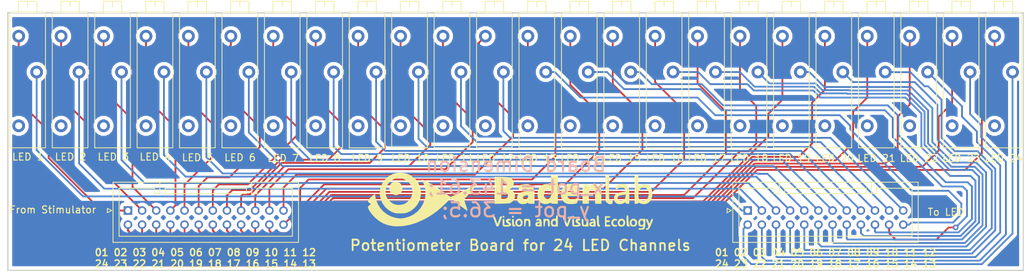
<source format=kicad_pcb>
(kicad_pcb (version 20171130) (host pcbnew "(5.0.0)")
  (layers (0 F.Cu signal) (31 B.Cu signal hide) (34 B.Paste user) (35 F.Paste user) (36 B.SilkS user hide) (37 F.SilkS user) (38 B.Mask user) (39 F.Mask user) (44 Edge.Cuts user))
  (net 0 "")
  (net 1 "Net-(J1-Pad1)")
  (net 2 "Net-(J1-Pad2)")
  (net 3 "Net-(J1-Pad3)")
  (net 4 "Net-(J1-Pad4)")
  (net 5 "Net-(J2-Pad4)")
  (net 6 "Net-(J2-Pad3)")
  (net 7 "Net-(J2-Pad2)")
  (net 8 "Net-(J2-Pad1)")
  (net 9 "Net-(RV1-Pad1)")
  (net 10 "Net-(RV2-Pad1)")
  (net 11 "Net-(RV3-Pad1)")
  (net 12 "Net-(RV4-Pad1)")
  (net 13 "Net-(J1-Pad24)")
  (net 14 "Net-(J1-Pad22)")
  (net 15 "Net-(J1-Pad20)")
  (net 16 "Net-(J1-Pad18)")
  (net 17 "Net-(J1-Pad16)")
  (net 18 "Net-(J1-Pad14)")
  (net 19 "Net-(J1-Pad12)")
  (net 20 "Net-(J1-Pad10)")
  (net 21 "Net-(J1-Pad8)")
  (net 22 "Net-(J1-Pad6)")
  (net 23 "Net-(J1-Pad23)")
  (net 24 "Net-(J1-Pad21)")
  (net 25 "Net-(J1-Pad19)")
  (net 26 "Net-(J1-Pad17)")
  (net 27 "Net-(J1-Pad15)")
  (net 28 "Net-(J1-Pad13)")
  (net 29 "Net-(J1-Pad11)")
  (net 30 "Net-(J1-Pad9)")
  (net 31 "Net-(J1-Pad7)")
  (net 32 "Net-(J1-Pad5)")
  (net 33 "Net-(J2-Pad5)")
  (net 34 "Net-(J2-Pad7)")
  (net 35 "Net-(J2-Pad9)")
  (net 36 "Net-(J2-Pad11)")
  (net 37 "Net-(J2-Pad13)")
  (net 38 "Net-(J2-Pad15)")
  (net 39 "Net-(J2-Pad17)")
  (net 40 "Net-(J2-Pad19)")
  (net 41 "Net-(J2-Pad21)")
  (net 42 "Net-(J2-Pad23)")
  (net 43 "Net-(J2-Pad6)")
  (net 44 "Net-(J2-Pad8)")
  (net 45 "Net-(J2-Pad10)")
  (net 46 "Net-(J2-Pad12)")
  (net 47 "Net-(J2-Pad14)")
  (net 48 "Net-(J2-Pad16)")
  (net 49 "Net-(J2-Pad18)")
  (net 50 "Net-(J2-Pad20)")
  (net 51 "Net-(J2-Pad22)")
  (net 52 "Net-(J2-Pad24)")
  (net 53 "Net-(RV5-Pad1)")
  (net 54 "Net-(RV6-Pad1)")
  (net 55 "Net-(RV7-Pad1)")
  (net 56 "Net-(RV8-Pad1)")
  (net 57 "Net-(RV9-Pad1)")
  (net 58 "Net-(RV10-Pad1)")
  (net 59 "Net-(RV11-Pad1)")
  (net 60 "Net-(RV12-Pad1)")
  (net 61 "Net-(RV13-Pad1)")
  (net 62 "Net-(RV14-Pad1)")
  (net 63 "Net-(RV15-Pad1)")
  (net 64 "Net-(RV16-Pad1)")
  (net 65 "Net-(RV17-Pad1)")
  (net 66 "Net-(RV18-Pad1)")
  (net 67 "Net-(RV19-Pad1)")
  (net 68 "Net-(RV20-Pad1)")
  (net 69 "Net-(RV21-Pad1)")
  (net 70 "Net-(RV22-Pad1)")
  (net 71 "Net-(RV23-Pad1)")
  (net 72 "Net-(RV24-Pad1)")
  (module Potentiometer_THT:Potentiometer_Vishay_43_Horizontal (layer F.Cu) (at 20 60 270)
    (fp_text reference "LED 1" (at 4.4 -1.3) (layer F.SilkS))
    (fp_text value "")
    (pad 3 thru_hole circle (at -12.7 0 270) (size 1.8 1.8) (drill 1) (layers *.Cu *.Mask) (net 1 "Net-(J1-Pad1)"))
    (pad 2 thru_hole circle (at -7.62 -2.54 270) (size 1.8 1.8) (drill 1) (layers *.Cu *.Mask) (net 8 "Net-(J2-Pad1)"))
    (pad 1 thru_hole circle (at 0 0 270) (size 1.8 1.8) (drill 1) (layers *.Cu *.Mask) (net 9 "Net-(RV1-Pad1)"))
  )
  (module Potentiometer_THT:Potentiometer_Vishay_43_Horizontal (layer F.Cu) (at 26 60 270)
    (fp_text reference "LED 2" (at 4.4 -1.34) (layer F.SilkS))
    (fp_text value "")
    (pad 1 thru_hole circle (at 0 0 270) (size 1.8 1.8) (drill 1) (layers *.Cu *.Mask) (net 10 "Net-(RV2-Pad1)"))
    (pad 2 thru_hole circle (at -7.62 -2.54 270) (size 1.8 1.8) (drill 1) (layers *.Cu *.Mask) (net 7 "Net-(J2-Pad2)"))
    (pad 3 thru_hole circle (at -12.7 0 270) (size 1.8 1.8) (drill 1) (layers *.Cu *.Mask) (net 2 "Net-(J1-Pad2)"))
  )
  (module Potentiometer_THT:Potentiometer_Vishay_43_Horizontal (layer F.Cu) (at 32 60 270)
    (fp_text reference "LED 3" (at 4.4 -1.38) (layer F.SilkS))
    (fp_text value "")
    (pad 3 thru_hole circle (at -12.7 0 270) (size 1.8 1.8) (drill 1) (layers *.Cu *.Mask) (net 3 "Net-(J1-Pad3)"))
    (pad 2 thru_hole circle (at -7.62 -2.54 270) (size 1.8 1.8) (drill 1) (layers *.Cu *.Mask) (net 6 "Net-(J2-Pad3)"))
    (pad 1 thru_hole circle (at 0 0 270) (size 1.8 1.8) (drill 1) (layers *.Cu *.Mask) (net 11 "Net-(RV3-Pad1)"))
  )
  (module Potentiometer_THT:Potentiometer_Vishay_43_Horizontal (layer F.Cu) (at 38 60 270)
    (fp_text reference "LED 4" (at 4.4 -1.32) (layer F.SilkS))
    (fp_text value "")
    (pad 1 thru_hole circle (at 0 0 270) (size 1.8 1.8) (drill 1) (layers *.Cu *.Mask) (net 12 "Net-(RV4-Pad1)"))
    (pad 2 thru_hole circle (at -7.62 -2.54 270) (size 1.8 1.8) (drill 1) (layers *.Cu *.Mask) (net 5 "Net-(J2-Pad4)"))
    (pad 3 thru_hole circle (at -12.7 0 270) (size 1.8 1.8) (drill 1) (layers *.Cu *.Mask) (net 4 "Net-(J1-Pad4)"))
  )
  (module Connector_JST:JST_PUD_B24B-PUDSS_2x12_P2.00mm_Vertical (layer F.Cu) (at 35.45 72)
    (fp_text reference "From Stimulator" (at -10.62 -0.11) (layer F.SilkS))
    (fp_text value "")
    (pad 13 thru_hole circle (at 22 2) (size 1.2 1.2) (drill 0.75) (layers *.Cu *.Mask) (net 28 "Net-(J1-Pad13)"))
    (pad 14 thru_hole circle (at 20 2) (size 1.2 1.2) (drill 0.75) (layers *.Cu *.Mask) (net 18 "Net-(J1-Pad14)"))
    (pad 15 thru_hole circle (at 18 2) (size 1.2 1.2) (drill 0.75) (layers *.Cu *.Mask) (net 27 "Net-(J1-Pad15)"))
    (pad 16 thru_hole circle (at 16 2) (size 1.2 1.2) (drill 0.75) (layers *.Cu *.Mask) (net 17 "Net-(J1-Pad16)"))
    (pad 17 thru_hole circle (at 14 2) (size 1.2 1.2) (drill 0.75) (layers *.Cu *.Mask) (net 26 "Net-(J1-Pad17)"))
    (pad 18 thru_hole circle (at 12 2) (size 1.2 1.2) (drill 0.75) (layers *.Cu *.Mask) (net 16 "Net-(J1-Pad18)"))
    (pad 19 thru_hole circle (at 10 2) (size 1.2 1.2) (drill 0.75) (layers *.Cu *.Mask) (net 25 "Net-(J1-Pad19)"))
    (pad 20 thru_hole circle (at 8 2) (size 1.2 1.2) (drill 0.75) (layers *.Cu *.Mask) (net 15 "Net-(J1-Pad20)"))
    (pad 21 thru_hole circle (at 6 2) (size 1.2 1.2) (drill 0.75) (layers *.Cu *.Mask) (net 24 "Net-(J1-Pad21)"))
    (pad 22 thru_hole circle (at 4 2) (size 1.2 1.2) (drill 0.75) (layers *.Cu *.Mask) (net 14 "Net-(J1-Pad22)"))
    (pad 23 thru_hole circle (at 2 2) (size 1.2 1.2) (drill 0.75) (layers *.Cu *.Mask) (net 23 "Net-(J1-Pad23)"))
    (pad 24 thru_hole circle (at 0 2) (size 1.2 1.2) (drill 0.75) (layers *.Cu *.Mask) (net 13 "Net-(J1-Pad24)"))
    (pad 12 thru_hole circle (at 22 0) (size 1.2 1.2) (drill 0.75) (layers *.Cu *.Mask) (net 19 "Net-(J1-Pad12)"))
    (pad 11 thru_hole circle (at 20 0) (size 1.2 1.2) (drill 0.75) (layers *.Cu *.Mask) (net 29 "Net-(J1-Pad11)"))
    (pad 10 thru_hole circle (at 18 0) (size 1.2 1.2) (drill 0.75) (layers *.Cu *.Mask) (net 20 "Net-(J1-Pad10)"))
    (pad 9 thru_hole circle (at 16 0) (size 1.2 1.2) (drill 0.75) (layers *.Cu *.Mask) (net 30 "Net-(J1-Pad9)"))
    (pad 8 thru_hole circle (at 14 0) (size 1.2 1.2) (drill 0.75) (layers *.Cu *.Mask) (net 21 "Net-(J1-Pad8)"))
    (pad 7 thru_hole circle (at 12 0) (size 1.2 1.2) (drill 0.75) (layers *.Cu *.Mask) (net 31 "Net-(J1-Pad7)"))
    (pad 6 thru_hole circle (at 10 0) (size 1.2 1.2) (drill 0.75) (layers *.Cu *.Mask) (net 22 "Net-(J1-Pad6)"))
    (pad 5 thru_hole circle (at 8 0) (size 1.2 1.2) (drill 0.75) (layers *.Cu *.Mask) (net 32 "Net-(J1-Pad5)"))
    (pad 4 thru_hole circle (at 6 0) (size 1.2 1.2) (drill 0.75) (layers *.Cu *.Mask) (net 4 "Net-(J1-Pad4)"))
    (pad 3 thru_hole circle (at 4 0) (size 1.2 1.2) (drill 0.75) (layers *.Cu *.Mask) (net 3 "Net-(J1-Pad3)"))
    (pad 2 thru_hole circle (at 2 0) (size 1.2 1.2) (drill 0.75) (layers *.Cu *.Mask) (net 2 "Net-(J1-Pad2)"))
    (pad 1 thru_hole rect (at 0 0) (size 1.2 1.2) (drill 0.75) (layers *.Cu *.Mask) (net 1 "Net-(J1-Pad1)"))
  )
  (module Connector_JST:JST_PUD_B24B-PUDSS_2x12_P2.00mm_Vertical (layer F.Cu) (at 123.09 72)
    (fp_text reference "To LED" (at 28.03 0.22) (layer F.SilkS))
    (fp_text value "")
    (pad 1 thru_hole rect (at 0 0) (size 1.2 1.2) (drill 0.75) (layers *.Cu *.Mask) (net 8 "Net-(J2-Pad1)"))
    (pad 2 thru_hole circle (at 2 0) (size 1.2 1.2) (drill 0.75) (layers *.Cu *.Mask) (net 7 "Net-(J2-Pad2)"))
    (pad 3 thru_hole circle (at 4 0) (size 1.2 1.2) (drill 0.75) (layers *.Cu *.Mask) (net 6 "Net-(J2-Pad3)"))
    (pad 4 thru_hole circle (at 6 0) (size 1.2 1.2) (drill 0.75) (layers *.Cu *.Mask) (net 5 "Net-(J2-Pad4)"))
    (pad 5 thru_hole circle (at 8 0) (size 1.2 1.2) (drill 0.75) (layers *.Cu *.Mask) (net 33 "Net-(J2-Pad5)"))
    (pad 6 thru_hole circle (at 10 0) (size 1.2 1.2) (drill 0.75) (layers *.Cu *.Mask) (net 43 "Net-(J2-Pad6)"))
    (pad 7 thru_hole circle (at 12 0) (size 1.2 1.2) (drill 0.75) (layers *.Cu *.Mask) (net 34 "Net-(J2-Pad7)"))
    (pad 8 thru_hole circle (at 14 0) (size 1.2 1.2) (drill 0.75) (layers *.Cu *.Mask) (net 44 "Net-(J2-Pad8)"))
    (pad 9 thru_hole circle (at 16 0) (size 1.2 1.2) (drill 0.75) (layers *.Cu *.Mask) (net 35 "Net-(J2-Pad9)"))
    (pad 10 thru_hole circle (at 18 0) (size 1.2 1.2) (drill 0.75) (layers *.Cu *.Mask) (net 45 "Net-(J2-Pad10)"))
    (pad 11 thru_hole circle (at 20 0) (size 1.2 1.2) (drill 0.75) (layers *.Cu *.Mask) (net 36 "Net-(J2-Pad11)"))
    (pad 12 thru_hole circle (at 22 0) (size 1.2 1.2) (drill 0.75) (layers *.Cu *.Mask) (net 46 "Net-(J2-Pad12)"))
    (pad 24 thru_hole circle (at 0 2) (size 1.2 1.2) (drill 0.75) (layers *.Cu *.Mask) (net 52 "Net-(J2-Pad24)"))
    (pad 23 thru_hole circle (at 2 2) (size 1.2 1.2) (drill 0.75) (layers *.Cu *.Mask) (net 42 "Net-(J2-Pad23)"))
    (pad 22 thru_hole circle (at 4 2) (size 1.2 1.2) (drill 0.75) (layers *.Cu *.Mask) (net 51 "Net-(J2-Pad22)"))
    (pad 21 thru_hole circle (at 6 2) (size 1.2 1.2) (drill 0.75) (layers *.Cu *.Mask) (net 41 "Net-(J2-Pad21)"))
    (pad 20 thru_hole circle (at 8 2) (size 1.2 1.2) (drill 0.75) (layers *.Cu *.Mask) (net 50 "Net-(J2-Pad20)"))
    (pad 19 thru_hole circle (at 10 2) (size 1.2 1.2) (drill 0.75) (layers *.Cu *.Mask) (net 40 "Net-(J2-Pad19)"))
    (pad 18 thru_hole circle (at 12 2) (size 1.2 1.2) (drill 0.75) (layers *.Cu *.Mask) (net 49 "Net-(J2-Pad18)"))
    (pad 17 thru_hole circle (at 14 2) (size 1.2 1.2) (drill 0.75) (layers *.Cu *.Mask) (net 39 "Net-(J2-Pad17)"))
    (pad 16 thru_hole circle (at 16 2) (size 1.2 1.2) (drill 0.75) (layers *.Cu *.Mask) (net 48 "Net-(J2-Pad16)"))
    (pad 15 thru_hole circle (at 18 2) (size 1.2 1.2) (drill 0.75) (layers *.Cu *.Mask) (net 38 "Net-(J2-Pad15)"))
    (pad 14 thru_hole circle (at 20 2) (size 1.2 1.2) (drill 0.75) (layers *.Cu *.Mask) (net 47 "Net-(J2-Pad14)"))
    (pad 13 thru_hole circle (at 22 2) (size 1.2 1.2) (drill 0.75) (layers *.Cu *.Mask) (net 37 "Net-(J2-Pad13)"))
  )
  (module Potentiometer_THT:Potentiometer_Vishay_43_Horizontal (layer F.Cu) (at 44 60 270)
    (fp_text reference "LED 5" (at 4.5 -1.3) (layer F.SilkS))
    (fp_text value R_POT_TRIM)
    (pad 1 thru_hole circle (at 0 0 270) (size 1.8 1.8) (drill 1) (layers *.Cu *.Mask) (net 53 "Net-(RV5-Pad1)"))
    (pad 2 thru_hole circle (at -7.62 -2.54 270) (size 1.8 1.8) (drill 1) (layers *.Cu *.Mask) (net 33 "Net-(J2-Pad5)"))
    (pad 3 thru_hole circle (at -12.7 0 270) (size 1.8 1.8) (drill 1) (layers *.Cu *.Mask) (net 32 "Net-(J1-Pad5)"))
  )
  (module Potentiometer_THT:Potentiometer_Vishay_43_Horizontal (layer F.Cu) (at 50 60 270)
    (fp_text reference "LED 6" (at 4.5 -1.3) (layer F.SilkS))
    (fp_text value R_POT_TRIM)
    (pad 3 thru_hole circle (at -12.7 0 270) (size 1.8 1.8) (drill 1) (layers *.Cu *.Mask) (net 22 "Net-(J1-Pad6)"))
    (pad 2 thru_hole circle (at -7.62 -2.54 270) (size 1.8 1.8) (drill 1) (layers *.Cu *.Mask) (net 43 "Net-(J2-Pad6)"))
    (pad 1 thru_hole circle (at 0 0 270) (size 1.8 1.8) (drill 1) (layers *.Cu *.Mask) (net 54 "Net-(RV6-Pad1)"))
  )
  (module Potentiometer_THT:Potentiometer_Vishay_43_Horizontal (layer F.Cu) (at 56 60 270)
    (fp_text reference "LED 7" (at 4.6 -1.4) (layer F.SilkS))
    (fp_text value R_POT_TRIM)
    (pad 1 thru_hole circle (at 0 0 270) (size 1.8 1.8) (drill 1) (layers *.Cu *.Mask) (net 55 "Net-(RV7-Pad1)"))
    (pad 2 thru_hole circle (at -7.62 -2.54 270) (size 1.8 1.8) (drill 1) (layers *.Cu *.Mask) (net 34 "Net-(J2-Pad7)"))
    (pad 3 thru_hole circle (at -12.7 0 270) (size 1.8 1.8) (drill 1) (layers *.Cu *.Mask) (net 31 "Net-(J1-Pad7)"))
  )
  (module Potentiometer_THT:Potentiometer_Vishay_43_Horizontal (layer F.Cu) (at 62 60 270)
    (fp_text reference "LED 8" (at 4.6 -1.3) (layer F.SilkS))
    (fp_text value R_POT_TRIM)
    (pad 3 thru_hole circle (at -12.7 0 270) (size 1.8 1.8) (drill 1) (layers *.Cu *.Mask) (net 21 "Net-(J1-Pad8)"))
    (pad 2 thru_hole circle (at -7.62 -2.54 270) (size 1.8 1.8) (drill 1) (layers *.Cu *.Mask) (net 44 "Net-(J2-Pad8)"))
    (pad 1 thru_hole circle (at 0 0 270) (size 1.8 1.8) (drill 1) (layers *.Cu *.Mask) (net 56 "Net-(RV8-Pad1)"))
  )
  (module Potentiometer_THT:Potentiometer_Vishay_43_Horizontal (layer F.Cu) (at 68 60 270)
    (fp_text reference "LED 9" (at 4.6 -1.3) (layer F.SilkS))
    (fp_text value R_POT_TRIM)
    (pad 1 thru_hole circle (at 0 0 270) (size 1.8 1.8) (drill 1) (layers *.Cu *.Mask) (net 57 "Net-(RV9-Pad1)"))
    (pad 2 thru_hole circle (at -7.62 -2.54 270) (size 1.8 1.8) (drill 1) (layers *.Cu *.Mask) (net 35 "Net-(J2-Pad9)"))
    (pad 3 thru_hole circle (at -12.7 0 270) (size 1.8 1.8) (drill 1) (layers *.Cu *.Mask) (net 30 "Net-(J1-Pad9)"))
  )
  (module Potentiometer_THT:Potentiometer_Vishay_43_Horizontal (layer F.Cu) (at 74 60 270)
    (fp_text reference "LED 10" (at 4.6 -1.4) (layer F.SilkS))
    (fp_text value R_POT_TRIM)
    (pad 3 thru_hole circle (at -12.7 0 270) (size 1.8 1.8) (drill 1) (layers *.Cu *.Mask) (net 20 "Net-(J1-Pad10)"))
    (pad 2 thru_hole circle (at -7.62 -2.54 270) (size 1.8 1.8) (drill 1) (layers *.Cu *.Mask) (net 45 "Net-(J2-Pad10)"))
    (pad 1 thru_hole circle (at 0 0 270) (size 1.8 1.8) (drill 1) (layers *.Cu *.Mask) (net 58 "Net-(RV10-Pad1)"))
  )
  (module Potentiometer_THT:Potentiometer_Vishay_43_Horizontal (layer F.Cu) (at 80 60 270)
    (fp_text reference " LED 11" (at 4.6 -1.3) (layer F.SilkS))
    (fp_text value R_POT_TRIM)
    (pad 1 thru_hole circle (at 0 0 270) (size 1.8 1.8) (drill 1) (layers *.Cu *.Mask) (net 59 "Net-(RV11-Pad1)"))
    (pad 2 thru_hole circle (at -7.62 -2.54 270) (size 1.8 1.8) (drill 1) (layers *.Cu *.Mask) (net 36 "Net-(J2-Pad11)"))
    (pad 3 thru_hole circle (at -12.7 0 270) (size 1.8 1.8) (drill 1) (layers *.Cu *.Mask) (net 29 "Net-(J1-Pad11)"))
  )
  (module Potentiometer_THT:Potentiometer_Vishay_43_Horizontal (layer F.Cu) (at 86 60 270)
    (fp_text reference "LED 12" (at 4.6 -1.4) (layer F.SilkS))
    (fp_text value R_POT_TRIM)
    (pad 1 thru_hole circle (at 0 0 270) (size 1.8 1.8) (drill 1) (layers *.Cu *.Mask) (net 60 "Net-(RV12-Pad1)"))
    (pad 2 thru_hole circle (at -7.62 -2.54 270) (size 1.8 1.8) (drill 1) (layers *.Cu *.Mask) (net 46 "Net-(J2-Pad12)"))
    (pad 3 thru_hole circle (at -12.7 0 270) (size 1.8 1.8) (drill 1) (layers *.Cu *.Mask) (net 19 "Net-(J1-Pad12)"))
  )
  (module Potentiometer_THT:Potentiometer_Vishay_43_Horizontal (layer F.Cu) (at 92 60 270)
    (fp_text reference "LED 13" (at 4.6 -1.4) (layer F.SilkS))
    (fp_text value R_POT_TRIM)
    (pad 1 thru_hole circle (at 0 0 270) (size 1.8 1.8) (drill 1) (layers *.Cu *.Mask) (net 61 "Net-(RV13-Pad1)"))
    (pad 2 thru_hole circle (at -7.62 -2.54 270) (size 1.8 1.8) (drill 1) (layers *.Cu *.Mask) (net 37 "Net-(J2-Pad13)"))
    (pad 3 thru_hole circle (at -12.7 0 270) (size 1.8 1.8) (drill 1) (layers *.Cu *.Mask) (net 28 "Net-(J1-Pad13)"))
  )
  (module Potentiometer_THT:Potentiometer_Vishay_43_Horizontal (layer F.Cu) (at 98 60 270)
    (fp_text reference "LED 14" (at 4.6 -1.3) (layer F.SilkS))
    (fp_text value R_POT_TRIM)
    (pad 3 thru_hole circle (at -12.7 0 270) (size 1.8 1.8) (drill 1) (layers *.Cu *.Mask) (net 18 "Net-(J1-Pad14)"))
    (pad 2 thru_hole circle (at -7.62 -2.54 270) (size 1.8 1.8) (drill 1) (layers *.Cu *.Mask) (net 47 "Net-(J2-Pad14)"))
    (pad 1 thru_hole circle (at 0 0 270) (size 1.8 1.8) (drill 1) (layers *.Cu *.Mask) (net 62 "Net-(RV14-Pad1)"))
  )
  (module Potentiometer_THT:Potentiometer_Vishay_43_Horizontal (layer F.Cu) (at 104 60 270)
    (fp_text reference "LED 15" (at 4.6 -1.3) (layer F.SilkS))
    (fp_text value R_POT_TRIM)
    (pad 1 thru_hole circle (at 0 0 270) (size 1.8 1.8) (drill 1) (layers *.Cu *.Mask) (net 63 "Net-(RV15-Pad1)"))
    (pad 2 thru_hole circle (at -7.62 -2.54 270) (size 1.8 1.8) (drill 1) (layers *.Cu *.Mask) (net 38 "Net-(J2-Pad15)"))
    (pad 3 thru_hole circle (at -12.7 0 270) (size 1.8 1.8) (drill 1) (layers *.Cu *.Mask) (net 27 "Net-(J1-Pad15)"))
  )
  (module Potentiometer_THT:Potentiometer_Vishay_43_Horizontal (layer F.Cu) (at 110 60 270)
    (fp_text reference "LED 16" (at 4.6 -1.4) (layer F.SilkS))
    (fp_text value R_POT_TRIM)
    (pad 3 thru_hole circle (at -12.7 0 270) (size 1.8 1.8) (drill 1) (layers *.Cu *.Mask) (net 17 "Net-(J1-Pad16)"))
    (pad 2 thru_hole circle (at -7.62 -2.54 270) (size 1.8 1.8) (drill 1) (layers *.Cu *.Mask) (net 48 "Net-(J2-Pad16)"))
    (pad 1 thru_hole circle (at 0 0 270) (size 1.8 1.8) (drill 1) (layers *.Cu *.Mask) (net 64 "Net-(RV16-Pad1)"))
  )
  (module Potentiometer_THT:Potentiometer_Vishay_43_Horizontal (layer F.Cu) (at 116 60 270)
    (fp_text reference "LED 17" (at 4.6 -1.3) (layer F.SilkS))
    (fp_text value R_POT_TRIM)
    (pad 1 thru_hole circle (at 0 0 270) (size 1.8 1.8) (drill 1) (layers *.Cu *.Mask) (net 65 "Net-(RV17-Pad1)"))
    (pad 2 thru_hole circle (at -7.62 -2.54 270) (size 1.8 1.8) (drill 1) (layers *.Cu *.Mask) (net 39 "Net-(J2-Pad17)"))
    (pad 3 thru_hole circle (at -12.7 0 270) (size 1.8 1.8) (drill 1) (layers *.Cu *.Mask) (net 26 "Net-(J1-Pad17)"))
  )
  (module Potentiometer_THT:Potentiometer_Vishay_43_Horizontal (layer F.Cu) (at 122 60 270)
    (fp_text reference "LED 18" (at 4.6 -1.3) (layer F.SilkS))
    (fp_text value R_POT_TRIM)
    (pad 3 thru_hole circle (at -12.7 0 270) (size 1.8 1.8) (drill 1) (layers *.Cu *.Mask) (net 16 "Net-(J1-Pad18)"))
    (pad 2 thru_hole circle (at -7.62 -2.54 270) (size 1.8 1.8) (drill 1) (layers *.Cu *.Mask) (net 49 "Net-(J2-Pad18)"))
    (pad 1 thru_hole circle (at 0 0 270) (size 1.8 1.8) (drill 1) (layers *.Cu *.Mask) (net 66 "Net-(RV18-Pad1)"))
  )
  (module Potentiometer_THT:Potentiometer_Vishay_43_Horizontal (layer F.Cu) (at 128 60 270)
    (fp_text reference "LED 19" (at 4.6 -1.3) (layer F.SilkS))
    (fp_text value R_POT_TRIM)
    (pad 1 thru_hole circle (at 0 0 270) (size 1.8 1.8) (drill 1) (layers *.Cu *.Mask) (net 67 "Net-(RV19-Pad1)"))
    (pad 2 thru_hole circle (at -7.62 -2.54 270) (size 1.8 1.8) (drill 1) (layers *.Cu *.Mask) (net 40 "Net-(J2-Pad19)"))
    (pad 3 thru_hole circle (at -12.7 0 270) (size 1.8 1.8) (drill 1) (layers *.Cu *.Mask) (net 25 "Net-(J1-Pad19)"))
  )
  (module Potentiometer_THT:Potentiometer_Vishay_43_Horizontal (layer F.Cu) (at 134 60 270)
    (fp_text reference "LED 20" (at 4.6 -1.4) (layer F.SilkS))
    (fp_text value R_POT_TRIM)
    (pad 3 thru_hole circle (at -12.7 0 270) (size 1.8 1.8) (drill 1) (layers *.Cu *.Mask) (net 15 "Net-(J1-Pad20)"))
    (pad 2 thru_hole circle (at -7.62 -2.54 270) (size 1.8 1.8) (drill 1) (layers *.Cu *.Mask) (net 50 "Net-(J2-Pad20)"))
    (pad 1 thru_hole circle (at 0 0 270) (size 1.8 1.8) (drill 1) (layers *.Cu *.Mask) (net 68 "Net-(RV20-Pad1)"))
  )
  (module Potentiometer_THT:Potentiometer_Vishay_43_Horizontal (layer F.Cu) (at 140 60 270)
    (fp_text reference "LED 21" (at 4.6 -1.3) (layer F.SilkS))
    (fp_text value R_POT_TRIM)
    (pad 1 thru_hole circle (at 0 0 270) (size 1.8 1.8) (drill 1) (layers *.Cu *.Mask) (net 69 "Net-(RV21-Pad1)"))
    (pad 2 thru_hole circle (at -7.62 -2.54 270) (size 1.8 1.8) (drill 1) (layers *.Cu *.Mask) (net 41 "Net-(J2-Pad21)"))
    (pad 3 thru_hole circle (at -12.7 0 270) (size 1.8 1.8) (drill 1) (layers *.Cu *.Mask) (net 24 "Net-(J1-Pad21)"))
  )
  (module Potentiometer_THT:Potentiometer_Vishay_43_Horizontal (layer F.Cu) (at 146 60 270)
    (fp_text reference "LED 22" (at 4.6 -1.3) (layer F.SilkS))
    (fp_text value R_POT_TRIM)
    (pad 3 thru_hole circle (at -12.7 0 270) (size 1.8 1.8) (drill 1) (layers *.Cu *.Mask) (net 14 "Net-(J1-Pad22)"))
    (pad 2 thru_hole circle (at -7.62 -2.54 270) (size 1.8 1.8) (drill 1) (layers *.Cu *.Mask) (net 51 "Net-(J2-Pad22)"))
    (pad 1 thru_hole circle (at 0 0 270) (size 1.8 1.8) (drill 1) (layers *.Cu *.Mask) (net 70 "Net-(RV22-Pad1)"))
  )
  (module Potentiometer_THT:Potentiometer_Vishay_43_Horizontal (layer F.Cu) (at 152 60 270)
    (fp_text reference "LED 23" (at 4.6 -1.3) (layer F.SilkS))
    (fp_text value R_POT_TRIM)
    (pad 1 thru_hole circle (at 0 0 270) (size 1.8 1.8) (drill 1) (layers *.Cu *.Mask) (net 71 "Net-(RV23-Pad1)"))
    (pad 2 thru_hole circle (at -7.62 -2.54 270) (size 1.8 1.8) (drill 1) (layers *.Cu *.Mask) (net 42 "Net-(J2-Pad23)"))
    (pad 3 thru_hole circle (at -12.7 0 270) (size 1.8 1.8) (drill 1) (layers *.Cu *.Mask) (net 23 "Net-(J1-Pad23)"))
  )
  (module Potentiometer_THT:Potentiometer_Vishay_43_Horizontal (layer F.Cu) (at 158 60 270)
    (fp_text reference "LED 24" (at 4.6 -1.3) (layer F.SilkS))
    (fp_text value R_POT_TRIM)
    (pad 3 thru_hole circle (at -12.7 0 270) (size 1.8 1.8) (drill 1) (layers *.Cu *.Mask) (net 13 "Net-(J1-Pad24)"))
    (pad 2 thru_hole circle (at -7.62 -2.54 270) (size 1.8 1.8) (drill 1) (layers *.Cu *.Mask) (net 52 "Net-(J2-Pad24)"))
    (pad 1 thru_hole circle (at 0 0 270) (size 1.8 1.8) (drill 1) (layers *.Cu *.Mask) (net 72 "Net-(RV24-Pad1)"))
  )
  (module "Maxime:logo 400" (layer F.Cu) (at 92.75 70.21)
    (fp_text reference G*** hide)
    (fp_text value LOGO hide)
  )
  (gr_text "Board Dimension\nx_pot = 143.61;\ny_pot = 36.5;" (at 90.3 68.7) (layer B.SilkS) (effects (font (size 2 2) (thickness 0.3)) (justify mirror)))
  (gr_text "01 02 03 04 05 06 07 08 09 10 11 12\n24 23 22 21 20 19 18 17 16 15 14 13" (at 46.4 78.75) (layer F.SilkS) (effects (font (size 1 1) (thickness 0.2))))
  (gr_text "01 02 03 04 05 06 07 08 09 10 11 12\n24 23 22 21 20 19 18 17 16 15 14 13" (at 134.1 78.75) (layer F.SilkS) (effects (font (size 1 1) (thickness 0.2))))
  (gr_text "Potentiometer Board for 24 LED Channels" (at 90.94 76.93) (layer F.SilkS) (effects (font (size 1.5 1.5) (thickness 0.25))))
  (gr_line (start 162.08 44) (end 162.08 80.5) (layer Edge.Cuts) (width 0.2))
  (gr_line (start 18.47 80.5) (end 162.08 80.5) (layer Edge.Cuts) (width 0.2))
  (gr_line (start 18.47 44) (end 18.47 80.5) (layer Edge.Cuts) (width 0.2))
  (gr_line (start 18.47 43.99) (end 162.08 44) (layer Edge.Cuts) (width 0.2))
  (segment (start 35.45 72) (end 34.58 72) (width 0.25) (layer F.Cu) (net 1))
  (segment (start 20 48.572792) (end 19.99 48.582792) (width 0.25) (layer F.Cu) (net 1))
  (segment (start 19.99 48.582792) (end 19.99 56.48) (width 0.25) (layer F.Cu) (net 1))
  (segment (start 19.99 56.48) (end 24.23 60.72) (width 0.25) (layer F.Cu) (net 1))
  (segment (start 24.23 60.72) (end 24.23 64.55) (width 0.25) (layer F.Cu) (net 1))
  (segment (start 31.68 72) (end 35.45 72) (width 0.25) (layer F.Cu) (net 1))
  (segment (start 20 47.3) (end 20 48.572792) (width 0.25) (layer F.Cu) (net 1))
  (segment (start 24.23 64.55) (end 31.68 72) (width 0.25) (layer F.Cu) (net 1))
  (segment (start 30.08 64.63) (end 37.45 72) (width 0.25) (layer F.Cu) (net 2))
  (segment (start 30.08 60.1) (end 30.08 64.63) (width 0.25) (layer F.Cu) (net 2))
  (segment (start 26 47.3) (end 26 56.02) (width 0.25) (layer F.Cu) (net 2))
  (segment (start 26 56.02) (end 30.08 60.1) (width 0.25) (layer F.Cu) (net 2))
  (segment (start 32 47.3) (end 32 55.03) (width 0.25) (layer F.Cu) (net 3))
  (segment (start 32 55.03) (end 36.09 59.12) (width 0.25) (layer F.Cu) (net 3))
  (segment (start 36.09 68.64) (end 39.45 72) (width 0.25) (layer F.Cu) (net 3))
  (segment (start 36.09 59.12) (end 36.09 68.64) (width 0.25) (layer F.Cu) (net 3))
  (segment (start 38 47.3) (end 38 56.07) (width 0.25) (layer F.Cu) (net 4))
  (segment (start 38 56.07) (end 42.17 60.24) (width 0.25) (layer F.Cu) (net 4))
  (segment (start 42.17 71.28) (end 41.45 72) (width 0.25) (layer F.Cu) (net 4))
  (segment (start 42.17 60.24) (end 42.17 71.28) (width 0.25) (layer F.Cu) (net 4))
  (segment (start 40.54 52.38) (end 40.54 64.14) (width 0.25) (layer B.Cu) (net 5))
  (segment (start 40.54 64.14) (end 43.6 67.2) (width 0.25) (layer B.Cu) (net 5))
  (segment (start 124.29 67.2) (end 129.09 72) (width 0.25) (layer B.Cu) (net 5))
  (segment (start 43.6 67.2) (end 124.29 67.2) (width 0.25) (layer B.Cu) (net 5))
  (segment (start 123.19 68.1) (end 127.09 72) (width 0.25) (layer B.Cu) (net 6))
  (segment (start 37.8 68.1) (end 123.19 68.1) (width 0.25) (layer B.Cu) (net 6))
  (segment (start 34.54 52.38) (end 34.54 64.84) (width 0.25) (layer B.Cu) (net 6))
  (segment (start 34.54 64.84) (end 37.8 68.1) (width 0.25) (layer B.Cu) (net 6))
  (segment (start 28.54 52.38) (end 28.54 65.34) (width 0.25) (layer B.Cu) (net 7))
  (segment (start 28.54 65.34) (end 32.1 68.9) (width 0.25) (layer B.Cu) (net 7))
  (segment (start 121.99 68.9) (end 125.09 72) (width 0.25) (layer B.Cu) (net 7))
  (segment (start 32.1 68.9) (end 121.99 68.9) (width 0.25) (layer B.Cu) (net 7))
  (segment (start 22.54 52.38) (end 22.54 63.44) (width 0.25) (layer B.Cu) (net 8))
  (segment (start 22.54 63.44) (end 29.1 70) (width 0.25) (layer B.Cu) (net 8))
  (segment (start 122.24 72) (end 123.09 72) (width 0.25) (layer B.Cu) (net 8))
  (segment (start 120.24 70) (end 122.24 72) (width 0.25) (layer B.Cu) (net 8))
  (segment (start 29.1 70) (end 120.24 70) (width 0.25) (layer B.Cu) (net 8))
  (segment (start 35.45 74) (end 35.45 74.85) (width 0.25) (layer F.Cu) (net 13))
  (segment (start 35.45 74.848528) (end 40.401472 79.8) (width 0.25) (layer F.Cu) (net 13))
  (segment (start 35.45 74) (end 35.45 74.848528) (width 0.25) (layer F.Cu) (net 13))
  (segment (start 60.264098 79.8) (end 65.400099 74.664001) (width 0.25) (layer F.Cu) (net 13))
  (segment (start 40.401472 79.8) (end 60.264098 79.8) (width 0.25) (layer F.Cu) (net 13))
  (segment (start 65.400099 73.199901) (end 65.64991 72.95009) (width 0.25) (layer F.Cu) (net 13))
  (segment (start 65.400099 74.664001) (end 65.400099 73.199901) (width 0.25) (layer F.Cu) (net 13))
  (segment (start 65.64991 72.95009) (end 67 72.95009) (width 0.25) (layer F.Cu) (net 13))
  (segment (start 67 72.95009) (end 94 72.95009) (width 0.25) (layer F.Cu) (net 13))
  (segment (start 94 72.95009) (end 117.731957 72.950089) (width 0.25) (layer F.Cu) (net 13))
  (segment (start 124.432016 66.25003) (end 120.482046 70.2) (width 0.25) (layer F.Cu) (net 13))
  (segment (start 153.84997 66.25003) (end 124.432016 66.25003) (width 0.25) (layer F.Cu) (net 13))
  (segment (start 117.731957 72.950089) (end 120.482046 70.2) (width 0.25) (layer F.Cu) (net 13))
  (segment (start 158 47.3) (end 158 56.9) (width 0.25) (layer F.Cu) (net 13))
  (segment (start 120.482046 70.2) (end 120.641023 70.041023) (width 0.25) (layer F.Cu) (net 13))
  (segment (start 158 56.9) (end 156.2 58.7) (width 0.25) (layer F.Cu) (net 13))
  (segment (start 156.2 58.7) (end 156.2 63.9) (width 0.25) (layer F.Cu) (net 13))
  (segment (start 156.2 63.9) (end 153.84997 66.25003) (width 0.25) (layer F.Cu) (net 13))
  (segment (start 146 48.572792) (end 146 47.3) (width 0.25) (layer F.Cu) (net 14))
  (segment (start 144.3 58.7) (end 146 57) (width 0.25) (layer F.Cu) (net 14))
  (segment (start 142.54999 65.35001) (end 144.3 63.6) (width 0.25) (layer F.Cu) (net 14))
  (segment (start 124.059218 65.35001) (end 142.54999 65.35001) (width 0.25) (layer F.Cu) (net 14))
  (segment (start 117.359159 72.050069) (end 124.059218 65.35001) (width 0.25) (layer F.Cu) (net 14))
  (segment (start 65.19557 72.05007) (end 117.359159 72.050069) (width 0.25) (layer F.Cu) (net 14))
  (segment (start 39.45 76.95) (end 41.35005 78.85005) (width 0.25) (layer F.Cu) (net 14))
  (segment (start 146 57) (end 146 48.572792) (width 0.25) (layer F.Cu) (net 14))
  (segment (start 39.45 74) (end 39.45 76.95) (width 0.25) (layer F.Cu) (net 14))
  (segment (start 41.35005 78.85005) (end 59.94123 78.85005) (width 0.25) (layer F.Cu) (net 14))
  (segment (start 59.94123 78.85005) (end 64.500079 74.291201) (width 0.25) (layer F.Cu) (net 14))
  (segment (start 64.500079 74.291201) (end 64.500079 72.745561) (width 0.25) (layer F.Cu) (net 14))
  (segment (start 144.3 63.6) (end 144.3 58.7) (width 0.25) (layer F.Cu) (net 14))
  (segment (start 64.500079 72.745561) (end 65.19557 72.05007) (width 0.25) (layer F.Cu) (net 14))
  (segment (start 43.45 74) (end 43.45 76.55) (width 0.25) (layer F.Cu) (net 15))
  (segment (start 51.54997 77.95003) (end 51.549972 77.950028) (width 0.25) (layer F.Cu) (net 15))
  (segment (start 43.45 76.55) (end 44.85003 77.95003) (width 0.25) (layer F.Cu) (net 15))
  (segment (start 44.85003 77.95003) (end 51.54997 77.95003) (width 0.25) (layer F.Cu) (net 15))
  (segment (start 51.549972 77.950028) (end 59.568433 77.950027) (width 0.25) (layer F.Cu) (net 15))
  (segment (start 59.568433 77.950027) (end 63.600059 73.918401) (width 0.25) (layer F.Cu) (net 15))
  (segment (start 63.600059 73.918401) (end 63.600059 72.372761) (width 0.25) (layer F.Cu) (net 15))
  (segment (start 63.600059 72.372761) (end 64.82277 71.15005) (width 0.25) (layer F.Cu) (net 15))
  (segment (start 64.82277 71.15005) (end 65.1 71.15005) (width 0.25) (layer F.Cu) (net 15))
  (segment (start 65.1 71.15005) (end 116.45005 71.15005) (width 0.25) (layer F.Cu) (net 15))
  (segment (start 116.45005 71.15005) (end 116.986361 71.150049) (width 0.25) (layer F.Cu) (net 15))
  (segment (start 134 47.3) (end 134 54.9) (width 0.25) (layer F.Cu) (net 15))
  (segment (start 134 54.9) (end 132.2 56.7) (width 0.25) (layer F.Cu) (net 15))
  (segment (start 132.2 56.7) (end 132.2 62.5) (width 0.25) (layer F.Cu) (net 15))
  (segment (start 132.2 62.5) (end 130.3 64.4) (width 0.25) (layer F.Cu) (net 15))
  (segment (start 123.73641 64.4) (end 121.03641 67.1) (width 0.25) (layer F.Cu) (net 15))
  (segment (start 130.3 64.4) (end 123.73641 64.4) (width 0.25) (layer F.Cu) (net 15))
  (segment (start 116.986361 71.150049) (end 121.03641 67.1) (width 0.25) (layer F.Cu) (net 15))
  (segment (start 121.03641 67.1) (end 121.168205 66.968205) (width 0.25) (layer F.Cu) (net 15))
  (segment (start 122 54.9) (end 122 47.3) (width 0.25) (layer F.Cu) (net 16))
  (segment (start 124.3 62.5) (end 124.3 57.2) (width 0.25) (layer F.Cu) (net 16))
  (segment (start 123.2 63.6) (end 124.3 62.5) (width 0.25) (layer F.Cu) (net 16))
  (segment (start 115.34997 70.25003) (end 122 63.6) (width 0.25) (layer F.Cu) (net 16))
  (segment (start 64.44997 70.25003) (end 115.34997 70.25003) (width 0.25) (layer F.Cu) (net 16))
  (segment (start 47.45 74.848528) (end 49.651482 77.05001) (width 0.25) (layer F.Cu) (net 16))
  (segment (start 47.45 74) (end 47.45 74.848528) (width 0.25) (layer F.Cu) (net 16))
  (segment (start 124.3 57.2) (end 122 54.9) (width 0.25) (layer F.Cu) (net 16))
  (segment (start 122 63.6) (end 123.2 63.6) (width 0.25) (layer F.Cu) (net 16))
  (segment (start 49.651482 77.05001) (end 59.195631 77.050009) (width 0.25) (layer F.Cu) (net 16))
  (segment (start 59.195631 77.050009) (end 62.700039 73.545601) (width 0.25) (layer F.Cu) (net 16))
  (segment (start 62.700039 73.545601) (end 62.700039 71.999961) (width 0.25) (layer F.Cu) (net 16))
  (segment (start 62.700039 71.999961) (end 64.44997 70.25003) (width 0.25) (layer F.Cu) (net 16))
  (segment (start 114.1 64.7) (end 114.1 57.9) (width 0.25) (layer F.Cu) (net 17))
  (segment (start 110 53.8) (end 110 47.3) (width 0.25) (layer F.Cu) (net 17))
  (segment (start 109.44999 69.35001) (end 114.1 64.7) (width 0.25) (layer F.Cu) (net 17))
  (segment (start 63.94999 69.35001) (end 109.44999 69.35001) (width 0.25) (layer F.Cu) (net 17))
  (segment (start 114.1 57.9) (end 110 53.8) (width 0.25) (layer F.Cu) (net 17))
  (segment (start 61.800019 71.499981) (end 63.94999 69.35001) (width 0.25) (layer F.Cu) (net 17))
  (segment (start 61.800019 73.172801) (end 61.800019 71.499981) (width 0.25) (layer F.Cu) (net 17))
  (segment (start 58.872802 76.100018) (end 61.800019 73.172801) (width 0.25) (layer F.Cu) (net 17))
  (segment (start 52.70149 76.100018) (end 58.872802 76.100018) (width 0.25) (layer F.Cu) (net 17))
  (segment (start 51.45 74.848528) (end 52.70149 76.100018) (width 0.25) (layer F.Cu) (net 17))
  (segment (start 51.45 74) (end 51.45 74.848528) (width 0.25) (layer F.Cu) (net 17))
  (segment (start 98 54.2) (end 98 47.3) (width 0.25) (layer F.Cu) (net 18))
  (segment (start 102.1 58.3) (end 98 54.2) (width 0.25) (layer F.Cu) (net 18))
  (segment (start 97.3 68.3) (end 102.1 63.5) (width 0.25) (layer F.Cu) (net 18))
  (segment (start 102.1 63.5) (end 102.1 58.3) (width 0.25) (layer F.Cu) (net 18))
  (segment (start 63.2 68.3) (end 97.3 68.3) (width 0.25) (layer F.Cu) (net 18))
  (segment (start 55.45 74.848528) (end 55.801472 75.2) (width 0.25) (layer F.Cu) (net 18))
  (segment (start 55.45 74) (end 55.45 74.848528) (width 0.25) (layer F.Cu) (net 18))
  (segment (start 55.801472 75.2) (end 58.5 75.2) (width 0.25) (layer F.Cu) (net 18))
  (segment (start 58.5 75.2) (end 60.8 72.9) (width 0.25) (layer F.Cu) (net 18))
  (segment (start 60.8 72.9) (end 60.8 70.7) (width 0.25) (layer F.Cu) (net 18))
  (segment (start 60.8 70.7) (end 63.2 68.3) (width 0.25) (layer F.Cu) (net 18))
  (segment (start 59.3 66.9) (end 57.45 68.75) (width 0.25) (layer F.Cu) (net 19))
  (segment (start 57.45 68.75) (end 57.45 72) (width 0.25) (layer F.Cu) (net 19))
  (segment (start 85.100001 48.199999) (end 85.100001 54.000001) (width 0.25) (layer F.Cu) (net 19))
  (segment (start 86 47.3) (end 85.100001 48.199999) (width 0.25) (layer F.Cu) (net 19))
  (segment (start 85.100001 54.000001) (end 89.9 58.8) (width 0.25) (layer F.Cu) (net 19))
  (segment (start 89.9 58.8) (end 89.9 61.5) (width 0.25) (layer F.Cu) (net 19))
  (segment (start 89.9 61.5) (end 84.5 66.9) (width 0.25) (layer F.Cu) (net 19))
  (segment (start 84.5 66.9) (end 59.3 66.9) (width 0.25) (layer F.Cu) (net 19))
  (segment (start 74 56.9) (end 74 47.3) (width 0.25) (layer F.Cu) (net 20))
  (segment (start 53.45 72) (end 53.45 69.85) (width 0.25) (layer F.Cu) (net 20))
  (segment (start 53.45 69.85) (end 57.599981 65.700019) (width 0.25) (layer F.Cu) (net 20))
  (segment (start 75.199981 65.700019) (end 78.2 62.7) (width 0.25) (layer F.Cu) (net 20))
  (segment (start 78.2 62.7) (end 78.2 61.1) (width 0.25) (layer F.Cu) (net 20))
  (segment (start 57.599981 65.700019) (end 75.199981 65.700019) (width 0.25) (layer F.Cu) (net 20))
  (segment (start 78.2 61.1) (end 74 56.9) (width 0.25) (layer F.Cu) (net 20))
  (segment (start 52.7 69.1) (end 50.2 69.1) (width 0.25) (layer F.Cu) (net 21))
  (segment (start 49.45 69.85) (end 49.45 72) (width 0.25) (layer F.Cu) (net 21))
  (segment (start 62 56) (end 66 60) (width 0.25) (layer F.Cu) (net 21))
  (segment (start 62 47.3) (end 62 56) (width 0.25) (layer F.Cu) (net 21))
  (segment (start 66 60) (end 66 62.6) (width 0.25) (layer F.Cu) (net 21))
  (segment (start 50.2 69.1) (end 49.45 69.85) (width 0.25) (layer F.Cu) (net 21))
  (segment (start 66 62.6) (end 63.8 64.8) (width 0.25) (layer F.Cu) (net 21))
  (segment (start 63.8 64.8) (end 57 64.8) (width 0.25) (layer F.Cu) (net 21))
  (segment (start 57 64.8) (end 52.7 69.1) (width 0.25) (layer F.Cu) (net 21))
  (segment (start 50 48.572792) (end 49.9 48.672792) (width 0.25) (layer F.Cu) (net 22))
  (segment (start 50 47.3) (end 50 48.572792) (width 0.25) (layer F.Cu) (net 22))
  (segment (start 49.9 48.672792) (end 49.9 56) (width 0.25) (layer F.Cu) (net 22))
  (segment (start 49.9 56) (end 54.1 60.2) (width 0.25) (layer F.Cu) (net 22))
  (segment (start 54.1 60.2) (end 54.1 63) (width 0.25) (layer F.Cu) (net 22))
  (segment (start 54.1 63) (end 49.8 67.3) (width 0.25) (layer F.Cu) (net 22))
  (segment (start 49.8 67.3) (end 46.7 67.3) (width 0.25) (layer F.Cu) (net 22))
  (segment (start 45.45 68.55) (end 45.45 72) (width 0.25) (layer F.Cu) (net 22))
  (segment (start 46.7 67.3) (end 45.45 68.55) (width 0.25) (layer F.Cu) (net 22))
  (segment (start 41.10006 79.30006) (end 41.16365 79.30006) (width 0.25) (layer F.Cu) (net 23))
  (segment (start 37.45 74) (end 37.45 75.65) (width 0.25) (layer F.Cu) (net 23))
  (segment (start 37.45 75.65) (end 41.10006 79.30006) (width 0.25) (layer F.Cu) (net 23))
  (segment (start 60.127631 79.300059) (end 60.677681 78.750009) (width 0.25) (layer F.Cu) (net 23))
  (segment (start 41.16365 79.30006) (end 60.127631 79.300059) (width 0.25) (layer F.Cu) (net 23))
  (segment (start 60.677681 78.750009) (end 64.950089 74.477601) (width 0.25) (layer F.Cu) (net 23))
  (segment (start 64.950089 72.949911) (end 65.39992 72.50008) (width 0.25) (layer F.Cu) (net 23))
  (segment (start 64.950089 74.477601) (end 64.950089 72.949911) (width 0.25) (layer F.Cu) (net 23))
  (segment (start 65.39992 72.50008) (end 67.1 72.50008) (width 0.25) (layer F.Cu) (net 23))
  (segment (start 67.1 72.50008) (end 94.3 72.50008) (width 0.25) (layer F.Cu) (net 23))
  (segment (start 94.3 72.50008) (end 117.545556 72.50008) (width 0.25) (layer F.Cu) (net 23))
  (segment (start 124.245616 65.80002) (end 120.545636 69.5) (width 0.25) (layer F.Cu) (net 23))
  (segment (start 147.79998 65.80002) (end 124.245616 65.80002) (width 0.25) (layer F.Cu) (net 23))
  (segment (start 120.545636 69.5) (end 120.645636 69.4) (width 0.25) (layer F.Cu) (net 23))
  (segment (start 117.545556 72.50008) (end 120.545636 69.5) (width 0.25) (layer F.Cu) (net 23))
  (segment (start 152 47.3) (end 152 56.8) (width 0.25) (layer F.Cu) (net 23))
  (segment (start 152 56.8) (end 150.1 58.7) (width 0.25) (layer F.Cu) (net 23))
  (segment (start 150.1 58.7) (end 150.1 63.5) (width 0.25) (layer F.Cu) (net 23))
  (segment (start 150.1 63.5) (end 147.79998 65.80002) (width 0.25) (layer F.Cu) (net 23))
  (segment (start 41.45 75.18641) (end 44.66363 78.40004) (width 0.25) (layer F.Cu) (net 24))
  (segment (start 41.45 74) (end 41.45 75.18641) (width 0.25) (layer F.Cu) (net 24))
  (segment (start 44.66363 78.40004) (end 59.49996 78.40004) (width 0.25) (layer F.Cu) (net 24))
  (segment (start 59.754834 78.400036) (end 64.050069 74.104801) (width 0.25) (layer F.Cu) (net 24))
  (segment (start 59.49996 78.40004) (end 59.499964 78.400036) (width 0.25) (layer F.Cu) (net 24))
  (segment (start 59.499964 78.400036) (end 59.754834 78.400036) (width 0.25) (layer F.Cu) (net 24))
  (segment (start 64.050069 74.104801) (end 64.050069 72.836391) (width 0.25) (layer F.Cu) (net 24))
  (segment (start 64.050069 72.836391) (end 64.050069 72.559161) (width 0.25) (layer F.Cu) (net 24))
  (segment (start 65.00917 71.60006) (end 67.19994 71.60006) (width 0.25) (layer F.Cu) (net 24))
  (segment (start 64.050069 72.559161) (end 65.00917 71.60006) (width 0.25) (layer F.Cu) (net 24))
  (segment (start 67.19994 71.60006) (end 95.8 71.60006) (width 0.25) (layer F.Cu) (net 24))
  (segment (start 95.8 71.60006) (end 117.172758 71.60006) (width 0.25) (layer F.Cu) (net 24))
  (segment (start 140 47.3) (end 140 56) (width 0.25) (layer F.Cu) (net 24))
  (segment (start 140 56) (end 138 58) (width 0.25) (layer F.Cu) (net 24))
  (segment (start 138 58) (end 138 62.4) (width 0.25) (layer F.Cu) (net 24))
  (segment (start 138 62.4) (end 135.5 64.9) (width 0.25) (layer F.Cu) (net 24))
  (segment (start 123.872818 64.9) (end 120.972818 67.8) (width 0.25) (layer F.Cu) (net 24))
  (segment (start 135.5 64.9) (end 123.872818 64.9) (width 0.25) (layer F.Cu) (net 24))
  (segment (start 117.172758 71.60006) (end 120.972818 67.8) (width 0.25) (layer F.Cu) (net 24))
  (segment (start 120.972818 67.8) (end 121.072818 67.7) (width 0.25) (layer F.Cu) (net 24))
  (segment (start 45.45 74.848528) (end 45.45 74) (width 0.25) (layer F.Cu) (net 25))
  (segment (start 51.299982 77.500018) (end 51.29998 77.50002) (width 0.25) (layer F.Cu) (net 25))
  (segment (start 59.382032 77.500018) (end 51.299982 77.500018) (width 0.25) (layer F.Cu) (net 25))
  (segment (start 63.150049 72.186361) (end 63.150049 73.732001) (width 0.25) (layer F.Cu) (net 25))
  (segment (start 128 56.3) (end 126 58.3) (width 0.25) (layer F.Cu) (net 25))
  (segment (start 128 47.3) (end 128 56.3) (width 0.25) (layer F.Cu) (net 25))
  (segment (start 126 58.3) (end 126 61.5) (width 0.25) (layer F.Cu) (net 25))
  (segment (start 48.101492 77.50002) (end 45.45 74.848528) (width 0.25) (layer F.Cu) (net 25))
  (segment (start 126 61.5) (end 116.79996 70.70004) (width 0.25) (layer F.Cu) (net 25))
  (segment (start 51.29998 77.50002) (end 48.101492 77.50002) (width 0.25) (layer F.Cu) (net 25))
  (segment (start 116.79996 70.70004) (end 64.63637 70.70004) (width 0.25) (layer F.Cu) (net 25))
  (segment (start 63.150049 73.732001) (end 59.382032 77.500018) (width 0.25) (layer F.Cu) (net 25))
  (segment (start 64.63637 70.70004) (end 63.150049 72.186361) (width 0.25) (layer F.Cu) (net 25))
  (segment (start 116 47.3) (end 116 54) (width 0.25) (layer F.Cu) (net 26))
  (segment (start 116 54) (end 120 58) (width 0.25) (layer F.Cu) (net 26))
  (segment (start 120 58) (end 120 63.9) (width 0.25) (layer F.Cu) (net 26))
  (segment (start 120 63.9) (end 114.09998 69.80002) (width 0.25) (layer F.Cu) (net 26))
  (segment (start 114.09998 69.80002) (end 64.2 69.80002) (width 0.25) (layer F.Cu) (net 26))
  (segment (start 49.45 74.848528) (end 49.45 74) (width 0.25) (layer F.Cu) (net 26))
  (segment (start 51.201472 76.6) (end 49.45 74.848528) (width 0.25) (layer F.Cu) (net 26))
  (segment (start 59.00923 76.6) (end 51.201472 76.6) (width 0.25) (layer F.Cu) (net 26))
  (segment (start 62.250029 73.359201) (end 59.00923 76.6) (width 0.25) (layer F.Cu) (net 26))
  (segment (start 62.250029 71.749991) (end 62.250029 73.359201) (width 0.25) (layer F.Cu) (net 26))
  (segment (start 64.2 69.80002) (end 62.250029 71.749991) (width 0.25) (layer F.Cu) (net 26))
  (segment (start 104 47.3) (end 104 54.1) (width 0.25) (layer F.Cu) (net 27))
  (segment (start 104 54.1) (end 108.2 58.3) (width 0.25) (layer F.Cu) (net 27))
  (segment (start 108.2 58.3) (end 108.2 63.4) (width 0.25) (layer F.Cu) (net 27))
  (segment (start 108.2 63.4) (end 102.7 68.9) (width 0.25) (layer F.Cu) (net 27))
  (segment (start 102.7 68.9) (end 63.5 68.9) (width 0.25) (layer F.Cu) (net 27))
  (segment (start 63.5 68.9) (end 61.35001 71.04999) (width 0.25) (layer F.Cu) (net 27))
  (segment (start 53.45 74) (end 53.45 75.35) (width 0.25) (layer F.Cu) (net 27))
  (segment (start 53.750009 75.650009) (end 55.615072 75.65001) (width 0.25) (layer F.Cu) (net 27))
  (segment (start 53.45 75.35) (end 53.750009 75.650009) (width 0.25) (layer F.Cu) (net 27))
  (segment (start 61.35001 72.9864) (end 61.35001 71.04999) (width 0.25) (layer F.Cu) (net 27))
  (segment (start 58.686401 75.650009) (end 61.35001 72.9864) (width 0.25) (layer F.Cu) (net 27))
  (segment (start 55.615072 75.65001) (end 58.686401 75.650009) (width 0.25) (layer F.Cu) (net 27))
  (segment (start 59.8 68.8) (end 59.8 71.65) (width 0.25) (layer F.Cu) (net 28))
  (segment (start 92 54.5) (end 95.9 58.4) (width 0.25) (layer F.Cu) (net 28))
  (segment (start 92 47.3) (end 92 54.5) (width 0.25) (layer F.Cu) (net 28))
  (segment (start 95.9 58.4) (end 95.9 64.3) (width 0.25) (layer F.Cu) (net 28))
  (segment (start 59.8 71.65) (end 57.45 74) (width 0.25) (layer F.Cu) (net 28))
  (segment (start 95.9 64.3) (end 92.6 67.6) (width 0.25) (layer F.Cu) (net 28))
  (segment (start 92.6 67.6) (end 61 67.6) (width 0.25) (layer F.Cu) (net 28))
  (segment (start 61 67.6) (end 59.8 68.8) (width 0.25) (layer F.Cu) (net 28))
  (segment (start 55.45 68.85) (end 55.45 72) (width 0.25) (layer F.Cu) (net 29))
  (segment (start 80 54.9) (end 84.2 59.1) (width 0.25) (layer F.Cu) (net 29))
  (segment (start 80 47.3) (end 80 54.9) (width 0.25) (layer F.Cu) (net 29))
  (segment (start 84.2 59.1) (end 84.2 62.3) (width 0.25) (layer F.Cu) (net 29))
  (segment (start 84.2 62.3) (end 80.349971 66.150029) (width 0.25) (layer F.Cu) (net 29))
  (segment (start 80.349971 66.150029) (end 58.149971 66.150029) (width 0.25) (layer F.Cu) (net 29))
  (segment (start 58.149971 66.150029) (end 55.45 68.85) (width 0.25) (layer F.Cu) (net 29))
  (segment (start 51.45 69.95) (end 51.45 72) (width 0.25) (layer F.Cu) (net 30))
  (segment (start 51.7 69.7) (end 51.45 69.95) (width 0.25) (layer F.Cu) (net 30))
  (segment (start 52.73641 69.7) (end 51.7 69.7) (width 0.25) (layer F.Cu) (net 30))
  (segment (start 68 47.3) (end 68 56.8) (width 0.25) (layer F.Cu) (net 30))
  (segment (start 68 56.8) (end 71.8 60.6) (width 0.25) (layer F.Cu) (net 30))
  (segment (start 71.8 60.6) (end 71.8 63.1) (width 0.25) (layer F.Cu) (net 30))
  (segment (start 71.8 63.1) (end 69.649991 65.250009) (width 0.25) (layer F.Cu) (net 30))
  (segment (start 69.649991 65.250009) (end 57.186401 65.250009) (width 0.25) (layer F.Cu) (net 30))
  (segment (start 57.186401 65.250009) (end 52.73641 69.7) (width 0.25) (layer F.Cu) (net 30))
  (segment (start 47.45 69.15) (end 47.45 72) (width 0.25) (layer F.Cu) (net 31))
  (segment (start 56 56.8) (end 59.6 60.4) (width 0.25) (layer F.Cu) (net 31))
  (segment (start 56 47.3) (end 56 56.8) (width 0.25) (layer F.Cu) (net 31))
  (segment (start 59.6 60.4) (end 59.6 61.1) (width 0.25) (layer F.Cu) (net 31))
  (segment (start 59.6 61.1) (end 52.4 68.3) (width 0.25) (layer F.Cu) (net 31))
  (segment (start 52.4 68.3) (end 48.3 68.3) (width 0.25) (layer F.Cu) (net 31))
  (segment (start 48.3 68.3) (end 47.45 69.15) (width 0.25) (layer F.Cu) (net 31))
  (segment (start 44 47.3) (end 44 56.3) (width 0.25) (layer F.Cu) (net 32))
  (segment (start 44 56.3) (end 48.3 60.6) (width 0.25) (layer F.Cu) (net 32))
  (segment (start 48.3 60.6) (end 48.3 63.5) (width 0.25) (layer F.Cu) (net 32))
  (segment (start 43.45 68.35) (end 43.45 72) (width 0.25) (layer F.Cu) (net 32))
  (segment (start 48.3 63.5) (end 43.45 68.35) (width 0.25) (layer F.Cu) (net 32))
  (segment (start 46.54 52.38) (end 46.54 64.44) (width 0.25) (layer B.Cu) (net 33))
  (segment (start 48.84999 66.74999) (end 124.54999 66.74999) (width 0.25) (layer B.Cu) (net 33))
  (segment (start 46.54 64.44) (end 48.84999 66.74999) (width 0.25) (layer B.Cu) (net 33))
  (segment (start 130.490001 71.400001) (end 131.09 72) (width 0.25) (layer B.Cu) (net 33))
  (segment (start 125.89 66.8) (end 130.490001 71.400001) (width 0.25) (layer B.Cu) (net 33))
  (segment (start 124.6 66.8) (end 125.89 66.8) (width 0.25) (layer B.Cu) (net 33))
  (segment (start 124.54999 66.74999) (end 124.6 66.8) (width 0.25) (layer B.Cu) (net 33))
  (segment (start 58.54 52.38) (end 58.54 62.14) (width 0.25) (layer B.Cu) (net 34))
  (segment (start 58.54 62.14) (end 61.2 64.8) (width 0.25) (layer B.Cu) (net 34))
  (segment (start 127.89 64.8) (end 135.09 72) (width 0.25) (layer B.Cu) (net 34))
  (segment (start 61.2 64.8) (end 127.89 64.8) (width 0.25) (layer B.Cu) (net 34))
  (segment (start 70.54 62.24) (end 70.54 52.38) (width 0.25) (layer B.Cu) (net 35))
  (segment (start 71.84999 63.54999) (end 70.54 62.24) (width 0.25) (layer B.Cu) (net 35))
  (segment (start 139.09 72) (end 130.63999 63.54999) (width 0.25) (layer B.Cu) (net 35))
  (segment (start 130.63999 63.54999) (end 71.84999 63.54999) (width 0.25) (layer B.Cu) (net 35))
  (segment (start 133.39 62.3) (end 143.09 72) (width 0.25) (layer B.Cu) (net 36))
  (segment (start 84.8 62.3) (end 133.39 62.3) (width 0.25) (layer B.Cu) (net 36))
  (segment (start 82.54 52.38) (end 82.54 60.04) (width 0.25) (layer B.Cu) (net 36))
  (segment (start 82.54 60.04) (end 84.8 62.3) (width 0.25) (layer B.Cu) (net 36))
  (segment (start 145.938528 74) (end 146.238528 73.7) (width 0.25) (layer B.Cu) (net 37))
  (segment (start 145.09 74) (end 145.938528 74) (width 0.25) (layer B.Cu) (net 37))
  (segment (start 152.126998 73.7) (end 153.3 72.526998) (width 0.25) (layer B.Cu) (net 37))
  (segment (start 146.238528 73.7) (end 152.126998 73.7) (width 0.25) (layer B.Cu) (net 37))
  (segment (start 153.3 72.526998) (end 153.3 71) (width 0.25) (layer B.Cu) (net 37))
  (segment (start 95.812792 52.38) (end 99.432792 56) (width 0.25) (layer B.Cu) (net 37))
  (segment (start 94.54 52.38) (end 95.812792 52.38) (width 0.25) (layer B.Cu) (net 37))
  (segment (start 99.432792 56) (end 116 56) (width 0.25) (layer B.Cu) (net 37))
  (segment (start 116 56) (end 118.5 58.5) (width 0.25) (layer B.Cu) (net 37))
  (segment (start 118.5 58.5) (end 136.1 58.5) (width 0.25) (layer B.Cu) (net 37))
  (segment (start 136.1 58.5) (end 137.6 60) (width 0.25) (layer B.Cu) (net 37))
  (segment (start 137.6 60) (end 137.6 60.5) (width 0.25) (layer B.Cu) (net 37))
  (segment (start 137.6 60.5) (end 146.3 69.2) (width 0.25) (layer B.Cu) (net 37))
  (segment (start 151.5 69.2) (end 153.3 71) (width 0.25) (layer B.Cu) (net 37))
  (segment (start 146.3 69.2) (end 151.5 69.2) (width 0.25) (layer B.Cu) (net 37))
  (segment (start 141.09 74.99) (end 141.09 74) (width 0.25) (layer B.Cu) (net 38))
  (segment (start 141.2 75.1) (end 141.09 74.99) (width 0.25) (layer B.Cu) (net 38))
  (segment (start 152.9 75.1) (end 141.2 75.1) (width 0.25) (layer B.Cu) (net 38))
  (segment (start 154.8 73.2) (end 152.9 75.1) (width 0.25) (layer B.Cu) (net 38))
  (segment (start 154.8 68.6) (end 154.8 73.2) (width 0.25) (layer B.Cu) (net 38))
  (segment (start 154.2 68) (end 154.8 68.6) (width 0.25) (layer B.Cu) (net 38))
  (segment (start 151.1 68) (end 154.2 68) (width 0.25) (layer B.Cu) (net 38))
  (segment (start 107.812792 52.38) (end 109.532792 54.1) (width 0.25) (layer B.Cu) (net 38))
  (segment (start 144.4 61.3) (end 151.1 68) (width 0.25) (layer B.Cu) (net 38))
  (segment (start 106.54 52.38) (end 107.812792 52.38) (width 0.25) (layer B.Cu) (net 38))
  (segment (start 109.532792 54.1) (end 116.6 54.1) (width 0.25) (layer B.Cu) (net 38))
  (segment (start 116.6 54.1) (end 119.6 57.1) (width 0.25) (layer B.Cu) (net 38))
  (segment (start 119.6 57.1) (end 142.9 57.1) (width 0.25) (layer B.Cu) (net 38))
  (segment (start 144.4 58.6) (end 144.4 61.3) (width 0.25) (layer B.Cu) (net 38))
  (segment (start 142.9 57.1) (end 144.4 58.6) (width 0.25) (layer B.Cu) (net 38))
  (segment (start 137.1 74.858528) (end 137.09 74.848528) (width 0.25) (layer B.Cu) (net 39))
  (segment (start 137.10002 55.40002) (end 137.15001 55.45001) (width 0.25) (layer B.Cu) (net 39))
  (segment (start 133.40002 55.40002) (end 137.10002 55.40002) (width 0.25) (layer B.Cu) (net 39))
  (segment (start 132.45001 54.45001) (end 133.40002 55.40002) (width 0.25) (layer B.Cu) (net 39))
  (segment (start 124.05001 54.45001) (end 132.45001 54.45001) (width 0.25) (layer B.Cu) (net 39))
  (segment (start 118.54 52.38) (end 121.98 52.38) (width 0.25) (layer B.Cu) (net 39))
  (segment (start 137.15001 55.45001) (end 145.55001 55.45001) (width 0.25) (layer B.Cu) (net 39))
  (segment (start 145.55001 55.45001) (end 148.1 58) (width 0.25) (layer B.Cu) (net 39))
  (segment (start 148.1 58) (end 148.1 62.7) (width 0.25) (layer B.Cu) (net 39))
  (segment (start 154.85001 66.25001) (end 155.8 67.2) (width 0.25) (layer B.Cu) (net 39))
  (segment (start 121.98 52.38) (end 124.05001 54.45001) (width 0.25) (layer B.Cu) (net 39))
  (segment (start 137.2 76.1) (end 137.1 76) (width 0.25) (layer B.Cu) (net 39))
  (segment (start 137.1 76) (end 137.1 74.858528) (width 0.25) (layer B.Cu) (net 39))
  (segment (start 148.1 62.7) (end 151.65001 66.25001) (width 0.25) (layer B.Cu) (net 39))
  (segment (start 137.09 74.848528) (end 137.09 74) (width 0.25) (layer B.Cu) (net 39))
  (segment (start 151.65001 66.25001) (end 154.85001 66.25001) (width 0.25) (layer B.Cu) (net 39))
  (segment (start 155.8 67.2) (end 155.8 73.7) (width 0.25) (layer B.Cu) (net 39))
  (segment (start 155.8 73.7) (end 153.4 76.1) (width 0.25) (layer B.Cu) (net 39))
  (segment (start 153.4 76.1) (end 137.2 76.1) (width 0.25) (layer B.Cu) (net 39))
  (segment (start 131.812792 52.38) (end 133.932792 54.5) (width 0.25) (layer B.Cu) (net 40))
  (segment (start 130.54 52.38) (end 131.812792 52.38) (width 0.25) (layer B.Cu) (net 40))
  (segment (start 133.932792 54.5) (end 146.2 54.5) (width 0.25) (layer B.Cu) (net 40))
  (segment (start 146.2 54.5) (end 149.2 57.5) (width 0.25) (layer B.Cu) (net 40))
  (segment (start 149.2 57.5) (end 149.2 62.3) (width 0.25) (layer B.Cu) (net 40))
  (segment (start 149.2 62.3) (end 152.1 65.2) (width 0.25) (layer B.Cu) (net 40))
  (segment (start 152.1 65.2) (end 155.4 65.2) (width 0.25) (layer B.Cu) (net 40))
  (segment (start 155.4 65.2) (end 156.8 66.6) (width 0.25) (layer B.Cu) (net 40))
  (segment (start 156.8 66.6) (end 156.8 74.3) (width 0.25) (layer B.Cu) (net 40))
  (segment (start 154 77.1) (end 154.2 76.9) (width 0.25) (layer B.Cu) (net 40))
  (segment (start 156.8 74.3) (end 154.2 76.9) (width 0.25) (layer B.Cu) (net 40))
  (segment (start 154.2 76.9) (end 154.1 77) (width 0.25) (layer B.Cu) (net 40))
  (segment (start 133.1 76.7) (end 133.5 77.1) (width 0.25) (layer B.Cu) (net 40))
  (segment (start 133.09 76.7) (end 133.1 76.7) (width 0.25) (layer B.Cu) (net 40))
  (segment (start 133.5 77.1) (end 154 77.1) (width 0.25) (layer B.Cu) (net 40))
  (segment (start 133.09 74) (end 133.09 76.7) (width 0.25) (layer B.Cu) (net 40))
  (segment (start 143.812792 52.38) (end 142.54 52.38) (width 0.25) (layer B.Cu) (net 41))
  (segment (start 148.6 54.4) (end 148.1 54.4) (width 0.25) (layer B.Cu) (net 41))
  (segment (start 150.5 56.3) (end 148.6 54.4) (width 0.25) (layer B.Cu) (net 41))
  (segment (start 150.5 61.7) (end 150.5 56.3) (width 0.25) (layer B.Cu) (net 41))
  (segment (start 152.4 63.6) (end 150.5 61.7) (width 0.25) (layer B.Cu) (net 41))
  (segment (start 146.1 52.4) (end 143.832792 52.4) (width 0.25) (layer B.Cu) (net 41))
  (segment (start 155.6 63.6) (end 152.4 63.6) (width 0.25) (layer B.Cu) (net 41))
  (segment (start 148.1 54.4) (end 146.1 52.4) (width 0.25) (layer B.Cu) (net 41))
  (segment (start 129.09 77.89) (end 129.3 78.1) (width 0.25) (layer B.Cu) (net 41))
  (segment (start 129.09 74) (end 129.09 77.89) (width 0.25) (layer B.Cu) (net 41))
  (segment (start 129.3 78.1) (end 154.8 78.1) (width 0.25) (layer B.Cu) (net 41))
  (segment (start 154.8 78.1) (end 158.1 74.8) (width 0.25) (layer B.Cu) (net 41))
  (segment (start 158.1 74.8) (end 158.1 66.1) (width 0.25) (layer B.Cu) (net 41))
  (segment (start 143.832792 52.4) (end 143.812792 52.38) (width 0.25) (layer B.Cu) (net 41))
  (segment (start 158.1 66.1) (end 155.6 63.6) (width 0.25) (layer B.Cu) (net 41))
  (segment (start 154.54 52.38) (end 154.54 58.34) (width 0.25) (layer B.Cu) (net 42))
  (segment (start 154.54 58.34) (end 156.1 59.9) (width 0.25) (layer B.Cu) (net 42))
  (segment (start 156.1 59.9) (end 156.1 61.6) (width 0.25) (layer B.Cu) (net 42))
  (segment (start 156.1 61.6) (end 159.6 65.1) (width 0.25) (layer B.Cu) (net 42))
  (segment (start 159.6 75) (end 159.6 75.2) (width 0.25) (layer B.Cu) (net 42))
  (segment (start 159.6 75.4) (end 159.6 75) (width 0.25) (layer B.Cu) (net 42))
  (segment (start 159.6 65.1) (end 159.6 75) (width 0.25) (layer B.Cu) (net 42))
  (segment (start 125.09 74) (end 125.09 78.59) (width 0.25) (layer B.Cu) (net 42))
  (segment (start 125.09 78.59) (end 125.6 79.1) (width 0.25) (layer B.Cu) (net 42))
  (segment (start 125.6 79.1) (end 155.9 79.1) (width 0.25) (layer B.Cu) (net 42))
  (segment (start 155.9 79.1) (end 159.6 75.4) (width 0.25) (layer B.Cu) (net 42))
  (segment (start 126.79 65.7) (end 133.09 72) (width 0.25) (layer B.Cu) (net 43))
  (segment (start 57.3 65.7) (end 126.79 65.7) (width 0.25) (layer B.Cu) (net 43))
  (segment (start 52.54 52.38) (end 52.54 60.94) (width 0.25) (layer B.Cu) (net 43))
  (segment (start 52.54 60.94) (end 57.3 65.7) (width 0.25) (layer B.Cu) (net 43))
  (segment (start 129.09 64) (end 137.09 72) (width 0.25) (layer B.Cu) (net 44))
  (segment (start 65.6 64) (end 129.09 64) (width 0.25) (layer B.Cu) (net 44))
  (segment (start 64.54 52.38) (end 64.54 62.94) (width 0.25) (layer B.Cu) (net 44))
  (segment (start 64.54 62.94) (end 65.6 64) (width 0.25) (layer B.Cu) (net 44))
  (segment (start 76.54 52.38) (end 76.54 61.84) (width 0.25) (layer B.Cu) (net 45))
  (segment (start 76.54 61.84) (end 77.7 63) (width 0.25) (layer B.Cu) (net 45))
  (segment (start 132.09 63) (end 141.09 72) (width 0.25) (layer B.Cu) (net 45))
  (segment (start 77.7 63) (end 132.09 63) (width 0.25) (layer B.Cu) (net 45))
  (segment (start 134.79 61.7) (end 145.09 72) (width 0.25) (layer B.Cu) (net 46))
  (segment (start 89.5 61.7) (end 134.79 61.7) (width 0.25) (layer B.Cu) (net 46))
  (segment (start 88.54 52.38) (end 88.54 60.74) (width 0.25) (layer B.Cu) (net 46))
  (segment (start 88.54 60.74) (end 89.5 61.7) (width 0.25) (layer B.Cu) (net 46))
  (segment (start 143.09 74) (end 143.09 75.19) (width 0.25) (layer F.Cu) (net 47))
  (segment (start 143.09 75.19) (end 144 76.1) (width 0.25) (layer F.Cu) (net 47))
  (segment (start 144 76.1) (end 149.8 76.1) (width 0.25) (layer F.Cu) (net 47))
  (segment (start 149.8 76.1) (end 151.5 74.4) (width 0.25) (layer F.Cu) (net 47))
  (segment (start 151.5 74.4) (end 152.5 74.4) (width 0.25) (layer F.Cu) (net 47))
  (segment (start 152.5 74.4) (end 152.5 74.4) (width 0.25) (layer F.Cu) (net 47))
  (via (at 152.5 74.4) (size 0.8) (drill 0.4) (layers F.Cu B.Cu) (net 47))
  (segment (start 103.18 52.38) (end 100.54 52.38) (width 0.25) (layer B.Cu) (net 47))
  (segment (start 105.6 54.8) (end 103.18 52.38) (width 0.25) (layer B.Cu) (net 47))
  (segment (start 116.4 54.8) (end 105.6 54.8) (width 0.25) (layer B.Cu) (net 47))
  (segment (start 119.4 57.8) (end 116.4 54.8) (width 0.25) (layer B.Cu) (net 47))
  (segment (start 142.5 57.8) (end 119.4 57.8) (width 0.25) (layer B.Cu) (net 47))
  (segment (start 143.6 58.9) (end 142.5 57.8) (width 0.25) (layer B.Cu) (net 47))
  (segment (start 154.1 69.2) (end 153.5 68.6) (width 0.25) (layer B.Cu) (net 47))
  (segment (start 152.5 74.4) (end 154.1 72.8) (width 0.25) (layer B.Cu) (net 47))
  (segment (start 153.5 68.6) (end 150.6 68.6) (width 0.25) (layer B.Cu) (net 47))
  (segment (start 154.1 72.8) (end 154.1 69.2) (width 0.25) (layer B.Cu) (net 47))
  (segment (start 150.6 68.6) (end 143.6 61.6) (width 0.25) (layer B.Cu) (net 47))
  (segment (start 143.6 61.6) (end 143.6 58.9) (width 0.25) (layer B.Cu) (net 47))
  (segment (start 112.54 52.38) (end 116.08 52.38) (width 0.25) (layer B.Cu) (net 48))
  (segment (start 116.08 52.38) (end 117.8 54.1) (width 0.25) (layer B.Cu) (net 48))
  (segment (start 123.06359 54.1) (end 123.96359 55) (width 0.25) (layer B.Cu) (net 48))
  (segment (start 117.8 54.1) (end 123.06359 54.1) (width 0.25) (layer B.Cu) (net 48))
  (segment (start 132.36359 55) (end 133.36359 56) (width 0.25) (layer B.Cu) (net 48))
  (segment (start 123.96359 55) (end 132.36359 55) (width 0.25) (layer B.Cu) (net 48))
  (segment (start 133.36359 56) (end 145.4 56) (width 0.25) (layer B.Cu) (net 48))
  (segment (start 145.4 56) (end 147.5 58.1) (width 0.25) (layer B.Cu) (net 48))
  (segment (start 139.1 74.858528) (end 139.09 74.848528) (width 0.25) (layer B.Cu) (net 48))
  (segment (start 139.5 75.6) (end 139.1 75.2) (width 0.25) (layer B.Cu) (net 48))
  (segment (start 153.2 75.6) (end 139.5 75.6) (width 0.25) (layer B.Cu) (net 48))
  (segment (start 155.3 67.8) (end 155.3 73.5) (width 0.25) (layer B.Cu) (net 48))
  (segment (start 139.1 75.2) (end 139.1 74.858528) (width 0.25) (layer B.Cu) (net 48))
  (segment (start 155.3 73.5) (end 153.2 75.6) (width 0.25) (layer B.Cu) (net 48))
  (segment (start 147.64999 62.44999) (end 147.64999 63.04999) (width 0.25) (layer B.Cu) (net 48))
  (segment (start 139.09 74.848528) (end 139.09 74) (width 0.25) (layer B.Cu) (net 48))
  (segment (start 147.64999 63.04999) (end 151.7 67.1) (width 0.25) (layer B.Cu) (net 48))
  (segment (start 151.7 67.1) (end 154.6 67.1) (width 0.25) (layer B.Cu) (net 48))
  (segment (start 154.6 67.1) (end 155.3 67.8) (width 0.25) (layer B.Cu) (net 48))
  (segment (start 147.64999 58.24999) (end 147.5 58.1) (width 0.25) (layer B.Cu) (net 48))
  (segment (start 147.64999 63.04999) (end 147.64999 58.24999) (width 0.25) (layer B.Cu) (net 48))
  (segment (start 135.09 74.848528) (end 135.09 74) (width 0.25) (layer B.Cu) (net 49))
  (segment (start 137.5 55) (end 145.8 55) (width 0.25) (layer B.Cu) (net 49))
  (segment (start 135.1 74.858528) (end 135.09 74.848528) (width 0.25) (layer B.Cu) (net 49))
  (segment (start 137.45001 54.95001) (end 137.5 55) (width 0.25) (layer B.Cu) (net 49))
  (segment (start 133.65001 54.95001) (end 137.45001 54.95001) (width 0.25) (layer B.Cu) (net 49))
  (segment (start 126.16 54) (end 132.7 54) (width 0.25) (layer B.Cu) (net 49))
  (segment (start 124.54 52.38) (end 126.16 54) (width 0.25) (layer B.Cu) (net 49))
  (segment (start 156.3 66.9) (end 156.3 74.1) (width 0.25) (layer B.Cu) (net 49))
  (segment (start 132.7 54) (end 133.65001 54.95001) (width 0.25) (layer B.Cu) (net 49))
  (segment (start 145.8 55) (end 148.6 57.8) (width 0.25) (layer B.Cu) (net 49))
  (segment (start 148.6 57.8) (end 148.6 62.5) (width 0.25) (layer B.Cu) (net 49))
  (segment (start 148.6 62.5) (end 151.9 65.8) (width 0.25) (layer B.Cu) (net 49))
  (segment (start 151.9 65.8) (end 155.2 65.8) (width 0.25) (layer B.Cu) (net 49))
  (segment (start 155.2 65.8) (end 156.3 66.9) (width 0.25) (layer B.Cu) (net 49))
  (segment (start 156.3 74.1) (end 153.8 76.6) (width 0.25) (layer B.Cu) (net 49))
  (segment (start 135.1 76.4) (end 135.1 74.858528) (width 0.25) (layer B.Cu) (net 49))
  (segment (start 153.8 76.6) (end 135.3 76.6) (width 0.25) (layer B.Cu) (net 49))
  (segment (start 135.3 76.6) (end 135.1 76.4) (width 0.25) (layer B.Cu) (net 49))
  (segment (start 137.96 53.8) (end 136.54 52.38) (width 0.25) (layer B.Cu) (net 50))
  (segment (start 146.7 53.8) (end 137.96 53.8) (width 0.25) (layer B.Cu) (net 50))
  (segment (start 149.9 57) (end 146.7 53.8) (width 0.25) (layer B.Cu) (net 50))
  (segment (start 149.9 61.9) (end 149.9 57) (width 0.25) (layer B.Cu) (net 50))
  (segment (start 155.5 64.2) (end 152.2 64.2) (width 0.25) (layer B.Cu) (net 50))
  (segment (start 157.6 74.5) (end 157.6 66.3) (width 0.25) (layer B.Cu) (net 50))
  (segment (start 157.6 66.3) (end 155.5 64.2) (width 0.25) (layer B.Cu) (net 50))
  (segment (start 131.09 74.848528) (end 131.1 74.858528) (width 0.25) (layer B.Cu) (net 50))
  (segment (start 152.2 64.2) (end 149.9 61.9) (width 0.25) (layer B.Cu) (net 50))
  (segment (start 131.09 74) (end 131.09 74.848528) (width 0.25) (layer B.Cu) (net 50))
  (segment (start 131.1 74.858528) (end 131.1 77.5) (width 0.25) (layer B.Cu) (net 50))
  (segment (start 131.1 77.5) (end 131.2 77.6) (width 0.25) (layer B.Cu) (net 50))
  (segment (start 131.2 77.6) (end 154.5 77.6) (width 0.25) (layer B.Cu) (net 50))
  (segment (start 154.5 77.6) (end 157.6 74.5) (width 0.25) (layer B.Cu) (net 50))
  (segment (start 153.4 58.7) (end 153.4 57.24) (width 0.25) (layer B.Cu) (net 51))
  (segment (start 155.5 60.8) (end 153.4 58.7) (width 0.25) (layer B.Cu) (net 51))
  (segment (start 155.5 62.3) (end 155.5 60.8) (width 0.25) (layer B.Cu) (net 51))
  (segment (start 158.8 75.1) (end 158.8 65.6) (width 0.25) (layer B.Cu) (net 51))
  (segment (start 127.09 74.848528) (end 127.1 74.858528) (width 0.25) (layer B.Cu) (net 51))
  (segment (start 127.09 74) (end 127.09 74.848528) (width 0.25) (layer B.Cu) (net 51))
  (segment (start 153.4 57.24) (end 148.54 52.38) (width 0.25) (layer B.Cu) (net 51))
  (segment (start 127.1 74.858528) (end 127.1 78.5) (width 0.25) (layer B.Cu) (net 51))
  (segment (start 158.8 65.6) (end 155.5 62.3) (width 0.25) (layer B.Cu) (net 51))
  (segment (start 127.1 78.5) (end 127.2 78.6) (width 0.25) (layer B.Cu) (net 51))
  (segment (start 127.2 78.6) (end 155.3 78.6) (width 0.25) (layer B.Cu) (net 51))
  (segment (start 155.3 78.6) (end 158.8 75.1) (width 0.25) (layer B.Cu) (net 51))
  (segment (start 122.490001 74.599999) (end 122.490001 78.490001) (width 0.25) (layer B.Cu) (net 52))
  (segment (start 123.09 74) (end 122.490001 74.599999) (width 0.25) (layer B.Cu) (net 52))
  (segment (start 122.490001 78.490001) (end 123.6 79.6) (width 0.25) (layer B.Cu) (net 52))
  (segment (start 123.6 79.6) (end 156.2 79.6) (width 0.25) (layer B.Cu) (net 52))
  (segment (start 160.54 75.26) (end 160.54 52.38) (width 0.25) (layer B.Cu) (net 52))
  (segment (start 156.2 79.6) (end 160.54 75.26) (width 0.25) (layer B.Cu) (net 52))
  (zone (net 0) (net_name "") (layer B.Cu) (connect_pads (clearance 0.508)) (min_thickness 0.254) (fill yes (arc_segments 16) (thermal_gap 0.508) (thermal_bridge_width 0.508))
    (polygon (pts (xy 18.47 43.99) (xy 18.4 80.5) (xy 162.1 80.5) (xy 162.06 44.01)))
  )
)
</source>
